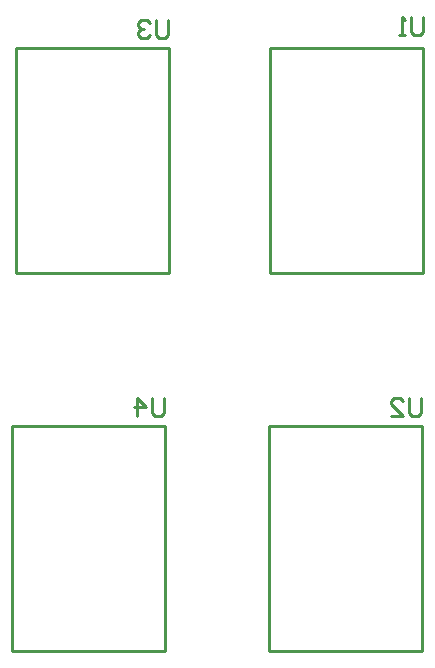
<source format=gbr>
%TF.GenerationSoftware,Altium Limited,Altium Designer,20.0.12 (288)*%
G04 Layer_Color=32896*
%FSLAX44Y44*%
%MOMM*%
%TF.FileFunction,Legend,Bot*%
%TF.Part,Single*%
G01*
G75*
%TA.AperFunction,NonConductor*%
%ADD27C,0.2540*%
D27*
X520000Y415000D02*
Y605000D01*
X390000Y415000D02*
X520000D01*
X390000D02*
Y605000D01*
X520000D01*
X389200Y95000D02*
X519200D01*
Y285000D01*
X389200D02*
X519200D01*
X389200Y95000D02*
Y285000D01*
X175000Y605000D02*
X305000D01*
X175000Y415000D02*
Y605000D01*
Y415000D02*
X305000D01*
Y605000D01*
X171700Y95000D02*
X301700D01*
Y285000D01*
X171700D02*
X301700D01*
X171700Y95000D02*
Y285000D01*
X300518Y309095D02*
Y296399D01*
X297979Y293860D01*
X292901D01*
X290361Y296399D01*
Y309095D01*
X277665Y293860D02*
Y309095D01*
X285283Y301478D01*
X275126D01*
X303712Y629245D02*
Y616549D01*
X301173Y614010D01*
X296095D01*
X293555Y616549D01*
Y629245D01*
X288477Y626706D02*
X285938Y629245D01*
X280860D01*
X278320Y626706D01*
Y624167D01*
X280860Y621628D01*
X283399D01*
X280860D01*
X278320Y619088D01*
Y616549D01*
X280860Y614010D01*
X285938D01*
X288477Y616549D01*
X517902Y309079D02*
Y296383D01*
X515363Y293844D01*
X510285D01*
X507745Y296383D01*
Y309079D01*
X492510Y293844D02*
X502667D01*
X492510Y304001D01*
Y306540D01*
X495049Y309079D01*
X500128D01*
X502667Y306540D01*
X519757Y631618D02*
Y618922D01*
X517217Y616383D01*
X512139D01*
X509600Y618922D01*
Y631618D01*
X504522Y616383D02*
X499443D01*
X501982D01*
Y631618D01*
X504522Y629078D01*
%TF.MD5,9476503e77ce2e831348a1efb87f6262*%
M02*

</source>
